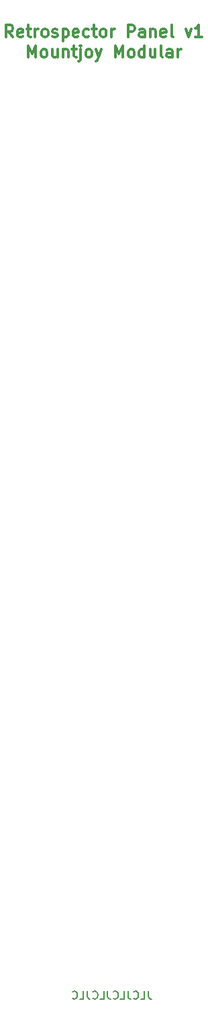
<source format=gbr>
G04 #@! TF.GenerationSoftware,KiCad,Pcbnew,(5.1.5)-3*
G04 #@! TF.CreationDate,2020-10-12T14:37:53+01:00*
G04 #@! TF.ProjectId,Retrospector_Panel,52657472-6f73-4706-9563-746f725f5061,rev?*
G04 #@! TF.SameCoordinates,Original*
G04 #@! TF.FileFunction,Legend,Top*
G04 #@! TF.FilePolarity,Positive*
%FSLAX46Y46*%
G04 Gerber Fmt 4.6, Leading zero omitted, Abs format (unit mm)*
G04 Created by KiCad (PCBNEW (5.1.5)-3) date 2020-10-12 14:37:53*
%MOMM*%
%LPD*%
G04 APERTURE LIST*
%ADD10C,0.150000*%
%ADD11C,0.300000*%
G04 APERTURE END LIST*
D10*
X135619047Y-165452380D02*
X135619047Y-166166666D01*
X135666666Y-166309523D01*
X135761904Y-166404761D01*
X135904761Y-166452380D01*
X136000000Y-166452380D01*
X134666666Y-166452380D02*
X135142857Y-166452380D01*
X135142857Y-165452380D01*
X133761904Y-166357142D02*
X133809523Y-166404761D01*
X133952380Y-166452380D01*
X134047619Y-166452380D01*
X134190476Y-166404761D01*
X134285714Y-166309523D01*
X134333333Y-166214285D01*
X134380952Y-166023809D01*
X134380952Y-165880952D01*
X134333333Y-165690476D01*
X134285714Y-165595238D01*
X134190476Y-165500000D01*
X134047619Y-165452380D01*
X133952380Y-165452380D01*
X133809523Y-165500000D01*
X133761904Y-165547619D01*
X133047619Y-165452380D02*
X133047619Y-166166666D01*
X133095238Y-166309523D01*
X133190476Y-166404761D01*
X133333333Y-166452380D01*
X133428571Y-166452380D01*
X132095238Y-166452380D02*
X132571428Y-166452380D01*
X132571428Y-165452380D01*
X131190476Y-166357142D02*
X131238095Y-166404761D01*
X131380952Y-166452380D01*
X131476190Y-166452380D01*
X131619047Y-166404761D01*
X131714285Y-166309523D01*
X131761904Y-166214285D01*
X131809523Y-166023809D01*
X131809523Y-165880952D01*
X131761904Y-165690476D01*
X131714285Y-165595238D01*
X131619047Y-165500000D01*
X131476190Y-165452380D01*
X131380952Y-165452380D01*
X131238095Y-165500000D01*
X131190476Y-165547619D01*
X130476190Y-165452380D02*
X130476190Y-166166666D01*
X130523809Y-166309523D01*
X130619047Y-166404761D01*
X130761904Y-166452380D01*
X130857142Y-166452380D01*
X129523809Y-166452380D02*
X130000000Y-166452380D01*
X130000000Y-165452380D01*
X128619047Y-166357142D02*
X128666666Y-166404761D01*
X128809523Y-166452380D01*
X128904761Y-166452380D01*
X129047619Y-166404761D01*
X129142857Y-166309523D01*
X129190476Y-166214285D01*
X129238095Y-166023809D01*
X129238095Y-165880952D01*
X129190476Y-165690476D01*
X129142857Y-165595238D01*
X129047619Y-165500000D01*
X128904761Y-165452380D01*
X128809523Y-165452380D01*
X128666666Y-165500000D01*
X128619047Y-165547619D01*
X127904761Y-165452380D02*
X127904761Y-166166666D01*
X127952380Y-166309523D01*
X128047619Y-166404761D01*
X128190476Y-166452380D01*
X128285714Y-166452380D01*
X126952380Y-166452380D02*
X127428571Y-166452380D01*
X127428571Y-165452380D01*
X126047619Y-166357142D02*
X126095238Y-166404761D01*
X126238095Y-166452380D01*
X126333333Y-166452380D01*
X126476190Y-166404761D01*
X126571428Y-166309523D01*
X126619047Y-166214285D01*
X126666666Y-166023809D01*
X126666666Y-165880952D01*
X126619047Y-165690476D01*
X126571428Y-165595238D01*
X126476190Y-165500000D01*
X126333333Y-165452380D01*
X126238095Y-165452380D01*
X126095238Y-165500000D01*
X126047619Y-165547619D01*
D11*
X118535714Y-45403571D02*
X118035714Y-44689285D01*
X117678571Y-45403571D02*
X117678571Y-43903571D01*
X118250000Y-43903571D01*
X118392857Y-43975000D01*
X118464285Y-44046428D01*
X118535714Y-44189285D01*
X118535714Y-44403571D01*
X118464285Y-44546428D01*
X118392857Y-44617857D01*
X118250000Y-44689285D01*
X117678571Y-44689285D01*
X119750000Y-45332142D02*
X119607142Y-45403571D01*
X119321428Y-45403571D01*
X119178571Y-45332142D01*
X119107142Y-45189285D01*
X119107142Y-44617857D01*
X119178571Y-44475000D01*
X119321428Y-44403571D01*
X119607142Y-44403571D01*
X119750000Y-44475000D01*
X119821428Y-44617857D01*
X119821428Y-44760714D01*
X119107142Y-44903571D01*
X120250000Y-44403571D02*
X120821428Y-44403571D01*
X120464285Y-43903571D02*
X120464285Y-45189285D01*
X120535714Y-45332142D01*
X120678571Y-45403571D01*
X120821428Y-45403571D01*
X121321428Y-45403571D02*
X121321428Y-44403571D01*
X121321428Y-44689285D02*
X121392857Y-44546428D01*
X121464285Y-44475000D01*
X121607142Y-44403571D01*
X121750000Y-44403571D01*
X122464285Y-45403571D02*
X122321428Y-45332142D01*
X122250000Y-45260714D01*
X122178571Y-45117857D01*
X122178571Y-44689285D01*
X122250000Y-44546428D01*
X122321428Y-44475000D01*
X122464285Y-44403571D01*
X122678571Y-44403571D01*
X122821428Y-44475000D01*
X122892857Y-44546428D01*
X122964285Y-44689285D01*
X122964285Y-45117857D01*
X122892857Y-45260714D01*
X122821428Y-45332142D01*
X122678571Y-45403571D01*
X122464285Y-45403571D01*
X123535714Y-45332142D02*
X123678571Y-45403571D01*
X123964285Y-45403571D01*
X124107142Y-45332142D01*
X124178571Y-45189285D01*
X124178571Y-45117857D01*
X124107142Y-44975000D01*
X123964285Y-44903571D01*
X123750000Y-44903571D01*
X123607142Y-44832142D01*
X123535714Y-44689285D01*
X123535714Y-44617857D01*
X123607142Y-44475000D01*
X123750000Y-44403571D01*
X123964285Y-44403571D01*
X124107142Y-44475000D01*
X124821428Y-44403571D02*
X124821428Y-45903571D01*
X124821428Y-44475000D02*
X124964285Y-44403571D01*
X125250000Y-44403571D01*
X125392857Y-44475000D01*
X125464285Y-44546428D01*
X125535714Y-44689285D01*
X125535714Y-45117857D01*
X125464285Y-45260714D01*
X125392857Y-45332142D01*
X125250000Y-45403571D01*
X124964285Y-45403571D01*
X124821428Y-45332142D01*
X126750000Y-45332142D02*
X126607142Y-45403571D01*
X126321428Y-45403571D01*
X126178571Y-45332142D01*
X126107142Y-45189285D01*
X126107142Y-44617857D01*
X126178571Y-44475000D01*
X126321428Y-44403571D01*
X126607142Y-44403571D01*
X126750000Y-44475000D01*
X126821428Y-44617857D01*
X126821428Y-44760714D01*
X126107142Y-44903571D01*
X128107142Y-45332142D02*
X127964285Y-45403571D01*
X127678571Y-45403571D01*
X127535714Y-45332142D01*
X127464285Y-45260714D01*
X127392857Y-45117857D01*
X127392857Y-44689285D01*
X127464285Y-44546428D01*
X127535714Y-44475000D01*
X127678571Y-44403571D01*
X127964285Y-44403571D01*
X128107142Y-44475000D01*
X128535714Y-44403571D02*
X129107142Y-44403571D01*
X128750000Y-43903571D02*
X128750000Y-45189285D01*
X128821428Y-45332142D01*
X128964285Y-45403571D01*
X129107142Y-45403571D01*
X129821428Y-45403571D02*
X129678571Y-45332142D01*
X129607142Y-45260714D01*
X129535714Y-45117857D01*
X129535714Y-44689285D01*
X129607142Y-44546428D01*
X129678571Y-44475000D01*
X129821428Y-44403571D01*
X130035714Y-44403571D01*
X130178571Y-44475000D01*
X130250000Y-44546428D01*
X130321428Y-44689285D01*
X130321428Y-45117857D01*
X130250000Y-45260714D01*
X130178571Y-45332142D01*
X130035714Y-45403571D01*
X129821428Y-45403571D01*
X130964285Y-45403571D02*
X130964285Y-44403571D01*
X130964285Y-44689285D02*
X131035714Y-44546428D01*
X131107142Y-44475000D01*
X131250000Y-44403571D01*
X131392857Y-44403571D01*
X133035714Y-45403571D02*
X133035714Y-43903571D01*
X133607142Y-43903571D01*
X133750000Y-43975000D01*
X133821428Y-44046428D01*
X133892857Y-44189285D01*
X133892857Y-44403571D01*
X133821428Y-44546428D01*
X133750000Y-44617857D01*
X133607142Y-44689285D01*
X133035714Y-44689285D01*
X135178571Y-45403571D02*
X135178571Y-44617857D01*
X135107142Y-44475000D01*
X134964285Y-44403571D01*
X134678571Y-44403571D01*
X134535714Y-44475000D01*
X135178571Y-45332142D02*
X135035714Y-45403571D01*
X134678571Y-45403571D01*
X134535714Y-45332142D01*
X134464285Y-45189285D01*
X134464285Y-45046428D01*
X134535714Y-44903571D01*
X134678571Y-44832142D01*
X135035714Y-44832142D01*
X135178571Y-44760714D01*
X135892857Y-44403571D02*
X135892857Y-45403571D01*
X135892857Y-44546428D02*
X135964285Y-44475000D01*
X136107142Y-44403571D01*
X136321428Y-44403571D01*
X136464285Y-44475000D01*
X136535714Y-44617857D01*
X136535714Y-45403571D01*
X137821428Y-45332142D02*
X137678571Y-45403571D01*
X137392857Y-45403571D01*
X137250000Y-45332142D01*
X137178571Y-45189285D01*
X137178571Y-44617857D01*
X137250000Y-44475000D01*
X137392857Y-44403571D01*
X137678571Y-44403571D01*
X137821428Y-44475000D01*
X137892857Y-44617857D01*
X137892857Y-44760714D01*
X137178571Y-44903571D01*
X138750000Y-45403571D02*
X138607142Y-45332142D01*
X138535714Y-45189285D01*
X138535714Y-43903571D01*
X140321428Y-44403571D02*
X140678571Y-45403571D01*
X141035714Y-44403571D01*
X142392857Y-45403571D02*
X141535714Y-45403571D01*
X141964285Y-45403571D02*
X141964285Y-43903571D01*
X141821428Y-44117857D01*
X141678571Y-44260714D01*
X141535714Y-44332142D01*
X120428571Y-47953571D02*
X120428571Y-46453571D01*
X120928571Y-47525000D01*
X121428571Y-46453571D01*
X121428571Y-47953571D01*
X122357142Y-47953571D02*
X122214285Y-47882142D01*
X122142857Y-47810714D01*
X122071428Y-47667857D01*
X122071428Y-47239285D01*
X122142857Y-47096428D01*
X122214285Y-47025000D01*
X122357142Y-46953571D01*
X122571428Y-46953571D01*
X122714285Y-47025000D01*
X122785714Y-47096428D01*
X122857142Y-47239285D01*
X122857142Y-47667857D01*
X122785714Y-47810714D01*
X122714285Y-47882142D01*
X122571428Y-47953571D01*
X122357142Y-47953571D01*
X124142857Y-46953571D02*
X124142857Y-47953571D01*
X123500000Y-46953571D02*
X123500000Y-47739285D01*
X123571428Y-47882142D01*
X123714285Y-47953571D01*
X123928571Y-47953571D01*
X124071428Y-47882142D01*
X124142857Y-47810714D01*
X124857142Y-46953571D02*
X124857142Y-47953571D01*
X124857142Y-47096428D02*
X124928571Y-47025000D01*
X125071428Y-46953571D01*
X125285714Y-46953571D01*
X125428571Y-47025000D01*
X125500000Y-47167857D01*
X125500000Y-47953571D01*
X126000000Y-46953571D02*
X126571428Y-46953571D01*
X126214285Y-46453571D02*
X126214285Y-47739285D01*
X126285714Y-47882142D01*
X126428571Y-47953571D01*
X126571428Y-47953571D01*
X127071428Y-46953571D02*
X127071428Y-48239285D01*
X127000000Y-48382142D01*
X126857142Y-48453571D01*
X126785714Y-48453571D01*
X127071428Y-46453571D02*
X127000000Y-46525000D01*
X127071428Y-46596428D01*
X127142857Y-46525000D01*
X127071428Y-46453571D01*
X127071428Y-46596428D01*
X128000000Y-47953571D02*
X127857142Y-47882142D01*
X127785714Y-47810714D01*
X127714285Y-47667857D01*
X127714285Y-47239285D01*
X127785714Y-47096428D01*
X127857142Y-47025000D01*
X128000000Y-46953571D01*
X128214285Y-46953571D01*
X128357142Y-47025000D01*
X128428571Y-47096428D01*
X128500000Y-47239285D01*
X128500000Y-47667857D01*
X128428571Y-47810714D01*
X128357142Y-47882142D01*
X128214285Y-47953571D01*
X128000000Y-47953571D01*
X129000000Y-46953571D02*
X129357142Y-47953571D01*
X129714285Y-46953571D02*
X129357142Y-47953571D01*
X129214285Y-48310714D01*
X129142857Y-48382142D01*
X129000000Y-48453571D01*
X131428571Y-47953571D02*
X131428571Y-46453571D01*
X131928571Y-47525000D01*
X132428571Y-46453571D01*
X132428571Y-47953571D01*
X133357142Y-47953571D02*
X133214285Y-47882142D01*
X133142857Y-47810714D01*
X133071428Y-47667857D01*
X133071428Y-47239285D01*
X133142857Y-47096428D01*
X133214285Y-47025000D01*
X133357142Y-46953571D01*
X133571428Y-46953571D01*
X133714285Y-47025000D01*
X133785714Y-47096428D01*
X133857142Y-47239285D01*
X133857142Y-47667857D01*
X133785714Y-47810714D01*
X133714285Y-47882142D01*
X133571428Y-47953571D01*
X133357142Y-47953571D01*
X135142857Y-47953571D02*
X135142857Y-46453571D01*
X135142857Y-47882142D02*
X135000000Y-47953571D01*
X134714285Y-47953571D01*
X134571428Y-47882142D01*
X134500000Y-47810714D01*
X134428571Y-47667857D01*
X134428571Y-47239285D01*
X134500000Y-47096428D01*
X134571428Y-47025000D01*
X134714285Y-46953571D01*
X135000000Y-46953571D01*
X135142857Y-47025000D01*
X136500000Y-46953571D02*
X136500000Y-47953571D01*
X135857142Y-46953571D02*
X135857142Y-47739285D01*
X135928571Y-47882142D01*
X136071428Y-47953571D01*
X136285714Y-47953571D01*
X136428571Y-47882142D01*
X136500000Y-47810714D01*
X137428571Y-47953571D02*
X137285714Y-47882142D01*
X137214285Y-47739285D01*
X137214285Y-46453571D01*
X138642857Y-47953571D02*
X138642857Y-47167857D01*
X138571428Y-47025000D01*
X138428571Y-46953571D01*
X138142857Y-46953571D01*
X138000000Y-47025000D01*
X138642857Y-47882142D02*
X138500000Y-47953571D01*
X138142857Y-47953571D01*
X138000000Y-47882142D01*
X137928571Y-47739285D01*
X137928571Y-47596428D01*
X138000000Y-47453571D01*
X138142857Y-47382142D01*
X138500000Y-47382142D01*
X138642857Y-47310714D01*
X139357142Y-47953571D02*
X139357142Y-46953571D01*
X139357142Y-47239285D02*
X139428571Y-47096428D01*
X139500000Y-47025000D01*
X139642857Y-46953571D01*
X139785714Y-46953571D01*
M02*

</source>
